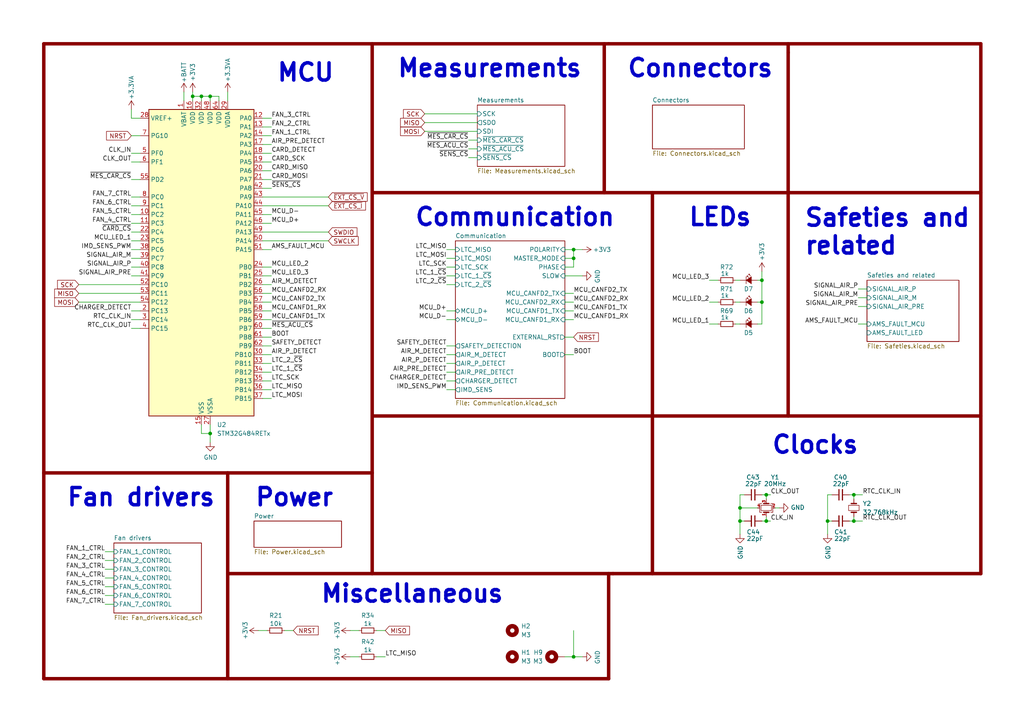
<source format=kicad_sch>
(kicad_sch (version 20230121) (generator eeschema)
  (paper "A4")
  (title_block (title "PUTM_EV_BMS_HV_Master") (date "2021-01-26") (rev "1.0") (company "PUT Motorsport"))
  (lib_symbols
    (symbol "Device:C_Small" (pin_numbers hide) (pin_names (offset 0.254) hide)
      (property "Reference" "C" (at 0.254 1.778 0))
      (property "Value" "C_Small" (at 0.254 -2.032 0))
      (symbol "C_Small_0_1"
        (polyline (pts (xy -1.524 -0.508) (xy 1.524 -0.508)) (stroke (width 0.3302)))
        (polyline (pts (xy -1.524 0.508) (xy 1.524 0.508)) (stroke (width 0.3048)))
      )
      (symbol "C_Small_1_1"
        (pin passive line (at 0 2.54 270) (length 2.032) (name "~") (number "1"))
        (pin passive line (at 0 -2.54 90) (length 2.032) (name "~") (number "2"))
      )
    )
    (symbol "Device:Crystal_GND24_Small" (pin_names (offset 1.016) hide)
      (property "Reference" "Y" (at 1.27 4.445 0))
      (property "Value" "Crystal_GND24_Small" (at 1.27 2.54 0))
      (symbol "Crystal_GND24_Small_0_1"
        (rectangle (start -0.762 -1.524) (end 0.762 1.524))
        (polyline (pts (xy -1.27 -0.762) (xy -1.27 0.762)) (stroke (width 0.381)))
        (polyline (pts (xy 1.27 -0.762) (xy 1.27 0.762)) (stroke (width 0.381)))
        (polyline (pts (xy -1.27 -1.27) (xy -1.27 -1.905) (xy 1.27 -1.905) (xy 1.27 -1.27)))
        (polyline (pts (xy -1.27 1.27) (xy -1.27 1.905) (xy 1.27 1.905) (xy 1.27 1.27)))
      )
      (symbol "Crystal_GND24_Small_1_1"
        (pin passive line (at -2.54 0 0) (length 1.27) (name "1") (number "1"))
        (pin passive line (at 0 -2.54 90) (length 0.635) (name "2") (number "2"))
        (pin passive line (at 2.54 0 180) (length 1.27) (name "3") (number "3"))
        (pin passive line (at 0 2.54 270) (length 0.635) (name "4") (number "4"))
      )
    )
    (symbol "Device:Crystal_Small" (pin_numbers hide) (pin_names (offset 1.016) hide)
      (property "Reference" "Y" (at 0 2.54 0))
      (property "Value" "Crystal_Small" (at 0 -2.54 0))
      (symbol "Crystal_Small_0_1"
        (rectangle (start -0.762 -1.524) (end 0.762 1.524))
        (polyline (pts (xy -1.27 -0.762) (xy -1.27 0.762)) (stroke (width 0.381)))
        (polyline (pts (xy 1.27 -0.762) (xy 1.27 0.762)) (stroke (width 0.381)))
      )
      (symbol "Crystal_Small_1_1"
        (pin passive line (at -2.54 0 0) (length 1.27) (name "1") (number "1"))
        (pin passive line (at 2.54 0 180) (length 1.27) (name "2") (number "2"))
      )
    )
    (symbol "Device:LED_Small_ALT" (pin_numbers hide) (pin_names (offset 0.254) hide)
      (property "Reference" "D" (at -1.27 3.175 0))
      (property "Value" "Device_LED_Small_ALT" (at -4.445 -2.54 0))
      (symbol "LED_Small_ALT_0_1"
        (polyline (pts (xy -0.762 -1.016) (xy -0.762 1.016)))
        (polyline (pts (xy 1.016 0) (xy -0.762 0)))
        (polyline (pts (xy 0.762 -1.016) (xy -0.762 0) (xy 0.762 1.016) (xy 0.762 -1.016)) (fill (type outline)))
        (polyline (pts (xy 0 0.762) (xy -0.508 1.27) (xy -0.254 1.27) (xy -0.508 1.27) (xy -0.508 1.016)))
        (polyline (pts (xy 0.508 1.27) (xy 0 1.778) (xy 0.254 1.778) (xy 0 1.778) (xy 0 1.524)))
      )
      (symbol "LED_Small_ALT_1_1"
        (pin passive line (at -2.54 0 0) (length 1.778) (name "K") (number "1"))
        (pin passive line (at 2.54 0 180) (length 1.778) (name "A") (number "2"))
      )
    )
    (symbol "Device:R_Small" (pin_numbers hide) (pin_names (offset 0.254) hide)
      (property "Reference" "R" (at 0.762 0.508 0))
      (property "Value" "R_Small" (at 0.762 -1.016 0))
      (symbol "R_Small_0_1"
        (rectangle (start -0.762 1.778) (end 0.762 -1.778) (stroke (width 0.2032)))
      )
      (symbol "R_Small_1_1"
        (pin passive line (at 0 2.54 270) (length 0.762) (name "~") (number "1"))
        (pin passive line (at 0 -2.54 90) (length 0.762) (name "~") (number "2"))
      )
    )
    (symbol "MCU_ST_STM32G4:STM32G484RETx"
      (property "Reference" "U" (at -15.24 46.99 0))
      (property "Value" "STM32G484RETx" (at 10.16 46.99 0))
      (symbol "STM32G484RETx_0_1"
        (rectangle (start -15.24 -43.18) (end 15.24 45.72) (stroke (width 0.254)) (fill (type background)))
      )
      (symbol "STM32G484RETx_1_1"
        (pin power_in line (at -5.08 48.26 270) (length 2.54) (name "VBAT") (number "1"))
        (pin bidirectional line (at -17.78 15.24 0) (length 2.54) (name "PC2") (number "10"))
        (pin bidirectional line (at -17.78 12.7 0) (length 2.54) (name "PC3") (number "11"))
        (pin bidirectional line (at 17.78 43.18 180) (length 2.54) (name "PA0") (number "12"))
        (pin bidirectional line (at 17.78 40.64 180) (length 2.54) (name "PA1") (number "13"))
        (pin bidirectional line (at 17.78 38.1 180) (length 2.54) (name "PA2") (number "14"))
        (pin power_in line (at 0 -45.72 90) (length 2.54) (name "VSS") (number "15"))
        (pin power_in line (at -2.54 48.26 270) (length 2.54) (name "VDD") (number "16"))
        (pin bidirectional line (at 17.78 35.56 180) (length 2.54) (name "PA3") (number "17"))
        (pin bidirectional line (at 17.78 33.02 180) (length 2.54) (name "PA4") (number "18"))
        (pin bidirectional line (at 17.78 30.48 180) (length 2.54) (name "PA5") (number "19"))
        (pin bidirectional line (at -17.78 -12.7 0) (length 2.54) (name "PC13") (number "2"))
        (pin bidirectional line (at 17.78 27.94 180) (length 2.54) (name "PA6") (number "20"))
        (pin bidirectional line (at 17.78 25.4 180) (length 2.54) (name "PA7") (number "21"))
        (pin bidirectional line (at -17.78 10.16 0) (length 2.54) (name "PC4") (number "22"))
        (pin bidirectional line (at -17.78 7.62 0) (length 2.54) (name "PC5") (number "23"))
        (pin bidirectional line (at 17.78 0 180) (length 2.54) (name "PB0") (number "24"))
        (pin bidirectional line (at 17.78 -2.54 180) (length 2.54) (name "PB1") (number "25"))
        (pin bidirectional line (at 17.78 -5.08 180) (length 2.54) (name "PB2") (number "26"))
        (pin power_in line (at 2.54 -45.72 90) (length 2.54) (name "VSSA") (number "27"))
        (pin input line (at -17.78 43.18 0) (length 2.54) (name "VREF+") (number "28"))
        (pin power_in line (at 7.62 48.26 270) (length 2.54) (name "VDDA") (number "29"))
        (pin bidirectional line (at -17.78 -15.24 0) (length 2.54) (name "PC14") (number "3"))
        (pin bidirectional line (at 17.78 -25.4 180) (length 2.54) (name "PB10") (number "30"))
        (pin passive line (at 0 -45.72 90) (length 2.54) hide (name "VSS") (number "31"))
        (pin power_in line (at 0 48.26 270) (length 2.54) (name "VDD") (number "32"))
        (pin bidirectional line (at 17.78 -27.94 180) (length 2.54) (name "PB11") (number "33"))
        (pin bidirectional line (at 17.78 -30.48 180) (length 2.54) (name "PB12") (number "34"))
        (pin bidirectional line (at 17.78 -33.02 180) (length 2.54) (name "PB13") (number "35"))
        (pin bidirectional line (at 17.78 -35.56 180) (length 2.54) (name "PB14") (number "36"))
        (pin bidirectional line (at 17.78 -38.1 180) (length 2.54) (name "PB15") (number "37"))
        (pin bidirectional line (at -17.78 5.08 0) (length 2.54) (name "PC6") (number "38"))
        (pin bidirectional line (at -17.78 2.54 0) (length 2.54) (name "PC7") (number "39"))
        (pin bidirectional line (at -17.78 -17.78 0) (length 2.54) (name "PC15") (number "4"))
        (pin bidirectional line (at -17.78 0 0) (length 2.54) (name "PC8") (number "40"))
        (pin bidirectional line (at -17.78 -2.54 0) (length 2.54) (name "PC9") (number "41"))
        (pin bidirectional line (at 17.78 22.86 180) (length 2.54) (name "PA8") (number "42"))
        (pin bidirectional line (at 17.78 20.32 180) (length 2.54) (name "PA9") (number "43"))
        (pin bidirectional line (at 17.78 17.78 180) (length 2.54) (name "PA10") (number "44"))
        (pin bidirectional line (at 17.78 15.24 180) (length 2.54) (name "PA11") (number "45"))
        (pin bidirectional line (at 17.78 12.7 180) (length 2.54) (name "PA12") (number "46"))
        (pin passive line (at 0 -45.72 90) (length 2.54) hide (name "VSS") (number "47"))
        (pin power_in line (at 2.54 48.26 270) (length 2.54) (name "VDD") (number "48"))
        (pin bidirectional line (at 17.78 10.16 180) (length 2.54) (name "PA13") (number "49"))
        (pin bidirectional line (at -17.78 33.02 0) (length 2.54) (name "PF0") (number "5"))
        (pin bidirectional line (at 17.78 7.62 180) (length 2.54) (name "PA14") (number "50"))
        (pin bidirectional line (at 17.78 5.08 180) (length 2.54) (name "PA15") (number "51"))
        (pin bidirectional line (at -17.78 -5.08 0) (length 2.54) (name "PC10") (number "52"))
        (pin bidirectional line (at -17.78 -7.62 0) (length 2.54) (name "PC11") (number "53"))
        (pin bidirectional line (at -17.78 -10.16 0) (length 2.54) (name "PC12") (number "54"))
        (pin bidirectional line (at -17.78 25.4 0) (length 2.54) (name "PD2") (number "55"))
        (pin bidirectional line (at 17.78 -7.62 180) (length 2.54) (name "PB3") (number "56"))
        (pin bidirectional line (at 17.78 -10.16 180) (length 2.54) (name "PB4") (number "57"))
        (pin bidirectional line (at 17.78 -12.7 180) (length 2.54) (name "PB5") (number "58"))
        (pin bidirectional line (at 17.78 -15.24 180) (length 2.54) (name "PB6") (number "59"))
        (pin bidirectional line (at -17.78 30.48 0) (length 2.54) (name "PF1") (number "6"))
        (pin bidirectional line (at 17.78 -17.78 180) (length 2.54) (name "PB7") (number "60"))
        (pin bidirectional line (at 17.78 -20.32 180) (length 2.54) (name "PB8") (number "61"))
        (pin bidirectional line (at 17.78 -22.86 180) (length 2.54) (name "PB9") (number "62"))
        (pin passive line (at 0 -45.72 90) (length 2.54) hide (name "VSS") (number "63"))
        (pin power_in line (at 5.08 48.26 270) (length 2.54) (name "VDD") (number "64"))
        (pin bidirectional line (at -17.78 38.1 0) (length 2.54) (name "PG10") (number "7"))
        (pin bidirectional line (at -17.78 20.32 0) (length 2.54) (name "PC0") (number "8"))
        (pin bidirectional line (at -17.78 17.78 0) (length 2.54) (name "PC1") (number "9"))
      )
    )
    (symbol "Mechanical:MountingHole" (pin_names (offset 1.016))
      (property "Reference" "H" (at 0 5.08 0))
      (property "Value" "MountingHole" (at 0 3.175 0))
      (symbol "MountingHole_0_1"
        (circle (center 0 0) (radius 1.27) (stroke (width 1.27)))
      )
    )
    (symbol "Mechanical:MountingHole_Pad" (pin_numbers hide) (pin_names (offset 1.016) hide)
      (property "Reference" "H" (at 0 6.35 0))
      (property "Value" "MountingHole_Pad" (at 0 4.445 0))
      (symbol "MountingHole_Pad_0_1"
        (circle (center 0 1.27) (radius 1.27) (stroke (width 1.27)))
      )
      (symbol "MountingHole_Pad_1_1"
        (pin input line (at 0 -2.54 90) (length 2.54) (name "1") (number "1"))
      )
    )
    (symbol "power:+3.3V" (power) (pin_names (offset 0))
      (property "Value" "+3.3V" (at 0 3.556 0))
      (symbol "+3.3V_0_1"
        (polyline (pts (xy -0.762 1.27) (xy 0 2.54)))
        (polyline (pts (xy 0 0) (xy 0 2.54)))
        (polyline (pts (xy 0 2.54) (xy 0.762 1.27)))
      )
      (symbol "+3.3V_1_1"
        (pin power_in line (at 0 0 90) (length 0) hide (name "+3V3") (number "1"))
      )
    )
    (symbol "power:+3.3VA" (power) (pin_names (offset 0))
      (property "Value" "+3.3VA" (at 0 3.556 0))
      (symbol "+3.3VA_0_1"
        (polyline (pts (xy -0.762 1.27) (xy 0 2.54)))
        (polyline (pts (xy 0 0) (xy 0 2.54)))
        (polyline (pts (xy 0 2.54) (xy 0.762 1.27)))
      )
      (symbol "+3.3VA_1_1"
        (pin power_in line (at 0 0 90) (length 0) hide (name "+3.3VA") (number "1"))
      )
    )
    (symbol "power:+BATT" (power) (pin_names (offset 0))
      (property "Value" "+BATT" (at 0 3.556 0))
      (symbol "+BATT_0_1"
        (polyline (pts (xy -0.762 1.27) (xy 0 2.54)))
        (polyline (pts (xy 0 0) (xy 0 2.54)))
        (polyline (pts (xy 0 2.54) (xy 0.762 1.27)))
      )
      (symbol "+BATT_1_1"
        (pin power_in line (at 0 0 90) (length 0) hide (name "+BATT") (number "1"))
      )
    )
    (symbol "power:GND" (power) (pin_names (offset 0))
      (property "Value" "GND" (at 0 -3.81 0))
      (symbol "GND_0_1"
        (polyline (pts (xy 0 0) (xy 0 -1.27) (xy 1.27 -1.27) (xy 0 -2.54) (xy -1.27 -1.27) (xy 0 -1.27)))
      )
      (symbol "GND_1_1"
        (pin power_in line (at 0 0 270) (length 0) hide (name "GND") (number "1"))
      )
    )
  )
  (junction (at 166.37 190.5))
  (junction (at 240.03 151.13))
  (junction (at 247.65 143.51))
  (junction (at 60.96 125.73))
  (junction (at 222.25 143.51))
  (junction (at 220.98 87.63))
  (junction (at 220.98 81.28))
  (junction (at 55.88 27.94))
  (junction (at 214.63 147.32))
  (junction (at 60.96 27.94))
  (junction (at 247.65 151.13))
  (junction (at 58.42 27.94))
  (junction (at 166.37 74.93))
  (junction (at 166.37 72.39))
  (junction (at 222.25 151.13))
  (junction (at 214.63 151.13))
  (wire (pts (xy 30.48 167.64) (xy 33.02 167.64)))
  (wire (pts (xy 220.98 93.98) (xy 220.98 87.63)))
  (wire (pts (xy 129.54 92.71) (xy 132.08 92.71)))
  (wire (pts (xy 135.89 40.64) (xy 138.43 40.64)))
  (wire (pts (xy 60.96 128.27) (xy 60.96 125.73)))
  (polyline (pts (xy 12.7 196.85) (xy 176.53 196.85)) (stroke (width 1) (color 132 0 0 1)))
  (wire (pts (xy 248.92 93.98) (xy 251.46 93.98)))
  (polyline (pts (xy 284.48 120.65) (xy 284.48 166.37)) (stroke (width 1) (color 132 0 0 1)))
  (wire (pts (xy 82.55 182.88) (xy 85.09 182.88)))
  (wire (pts (xy 38.1 59.69) (xy 40.64 59.69)))
  (wire (pts (xy 247.65 143.51) (xy 250.19 143.51)))
  (wire (pts (xy 30.48 162.56) (xy 33.02 162.56)))
  (wire (pts (xy 60.96 27.94) (xy 58.42 27.94)))
  (wire (pts (xy 30.48 165.1) (xy 33.02 165.1)))
  (wire (pts (xy 129.54 74.93) (xy 132.08 74.93)))
  (wire (pts (xy 129.54 105.41) (xy 132.08 105.41)))
  (wire (pts (xy 214.63 147.32) (xy 214.63 151.13)))
  (polyline (pts (xy 177.8 166.37) (xy 284.48 166.37)) (stroke (width 1) (color 132 0 0 1)))
  (wire (pts (xy 132.08 113.03) (xy 129.54 113.03)))
  (wire (pts (xy 38.1 52.07) (xy 40.64 52.07)))
  (wire (pts (xy 163.83 92.71) (xy 166.37 92.71)))
  (wire (pts (xy 55.88 27.94) (xy 55.88 29.21)))
  (wire (pts (xy 78.74 54.61) (xy 76.2 54.61)))
  (wire (pts (xy 78.74 62.23) (xy 76.2 62.23)))
  (wire (pts (xy 30.48 172.72) (xy 33.02 172.72)))
  (wire (pts (xy 78.74 82.55) (xy 76.2 82.55)))
  (wire (pts (xy 78.74 95.25) (xy 76.2 95.25)))
  (wire (pts (xy 215.9 143.51) (xy 214.63 143.51)))
  (wire (pts (xy 78.74 90.17) (xy 76.2 90.17)))
  (wire (pts (xy 168.91 190.5) (xy 166.37 190.5)))
  (wire (pts (xy 22.86 87.63) (xy 40.64 87.63)))
  (wire (pts (xy 220.98 151.13) (xy 222.25 151.13)))
  (wire (pts (xy 248.92 86.36) (xy 251.46 86.36)))
  (wire (pts (xy 78.74 107.95) (xy 76.2 107.95)))
  (wire (pts (xy 78.74 64.77) (xy 76.2 64.77)))
  (wire (pts (xy 214.63 154.94) (xy 214.63 151.13)))
  (wire (pts (xy 163.83 102.87) (xy 166.37 102.87)))
  (wire (pts (xy 219.71 87.63) (xy 220.98 87.63)))
  (wire (pts (xy 219.71 93.98) (xy 220.98 93.98)))
  (polyline (pts (xy 12.7 137.16) (xy 12.7 196.85)) (stroke (width 1) (color 132 0 0 1)))
  (wire (pts (xy 135.89 43.18) (xy 138.43 43.18)))
  (wire (pts (xy 163.83 74.93) (xy 166.37 74.93)))
  (wire (pts (xy 38.1 95.25) (xy 40.64 95.25)))
  (wire (pts (xy 163.83 77.47) (xy 166.37 77.47)))
  (wire (pts (xy 95.25 69.85) (xy 76.2 69.85)))
  (wire (pts (xy 78.74 39.37) (xy 76.2 39.37)))
  (wire (pts (xy 166.37 74.93) (xy 166.37 77.47)))
  (wire (pts (xy 60.96 125.73) (xy 60.96 123.19)))
  (wire (pts (xy 38.1 77.47) (xy 40.64 77.47)))
  (polyline (pts (xy 107.95 120.65) (xy 284.48 120.65)) (stroke (width 1) (color 132 0 0 1)))
  (wire (pts (xy 76.2 80.01) (xy 78.74 80.01)))
  (wire (pts (xy 214.63 143.51) (xy 214.63 147.32)))
  (wire (pts (xy 78.74 46.99) (xy 76.2 46.99)))
  (wire (pts (xy 78.74 34.29) (xy 76.2 34.29)))
  (wire (pts (xy 38.1 92.71) (xy 40.64 92.71)))
  (wire (pts (xy 123.19 33.02) (xy 138.43 33.02)))
  (wire (pts (xy 63.5 27.94) (xy 60.96 27.94)))
  (wire (pts (xy 222.25 144.78) (xy 222.25 143.51)))
  (wire (pts (xy 95.25 67.31) (xy 76.2 67.31)))
  (wire (pts (xy 129.54 77.47) (xy 132.08 77.47)))
  (wire (pts (xy 129.54 110.49) (xy 132.08 110.49)))
  (wire (pts (xy 101.6 190.5) (xy 104.14 190.5)))
  (wire (pts (xy 78.74 105.41) (xy 76.2 105.41)))
  (wire (pts (xy 248.92 83.82) (xy 251.46 83.82)))
  (wire (pts (xy 166.37 87.63) (xy 163.83 87.63)))
  (wire (pts (xy 166.37 72.39) (xy 166.37 74.93)))
  (polyline (pts (xy 66.04 137.16) (xy 66.04 196.85)) (stroke (width 1) (color 132 0 0 1)))
  (wire (pts (xy 40.64 90.17) (xy 38.1 90.17)))
  (wire (pts (xy 220.98 81.28) (xy 219.71 81.28)))
  (wire (pts (xy 38.1 44.45) (xy 40.64 44.45)))
  (wire (pts (xy 78.74 49.53) (xy 76.2 49.53)))
  (wire (pts (xy 58.42 27.94) (xy 58.42 29.21)))
  (wire (pts (xy 214.63 81.28) (xy 213.36 81.28)))
  (polyline (pts (xy 107.95 12.7) (xy 107.95 137.16)) (stroke (width 1) (color 132 0 0 1)))
  (wire (pts (xy 241.3 143.51) (xy 240.03 143.51)))
  (wire (pts (xy 247.65 151.13) (xy 247.65 149.86)))
  (wire (pts (xy 38.1 69.85) (xy 40.64 69.85)))
  (polyline (pts (xy 189.23 55.88) (xy 189.23 120.65)) (stroke (width 1) (color 132 0 0 1)))
  (wire (pts (xy 109.22 182.88) (xy 111.76 182.88)))
  (wire (pts (xy 66.04 26.67) (xy 66.04 29.21)))
  (wire (pts (xy 38.1 72.39) (xy 40.64 72.39)))
  (wire (pts (xy 240.03 151.13) (xy 241.3 151.13)))
  (wire (pts (xy 38.1 57.15) (xy 40.64 57.15)))
  (wire (pts (xy 58.42 27.94) (xy 55.88 27.94)))
  (wire (pts (xy 123.19 38.1) (xy 138.43 38.1)))
  (wire (pts (xy 78.74 115.57) (xy 76.2 115.57)))
  (wire (pts (xy 123.19 35.56) (xy 138.43 35.56)))
  (wire (pts (xy 78.74 85.09) (xy 76.2 85.09)))
  (wire (pts (xy 166.37 72.39) (xy 168.91 72.39)))
  (wire (pts (xy 129.54 82.55) (xy 132.08 82.55)))
  (wire (pts (xy 240.03 154.94) (xy 240.03 151.13)))
  (wire (pts (xy 220.98 87.63) (xy 220.98 81.28)))
  (wire (pts (xy 38.1 39.37) (xy 40.64 39.37)))
  (wire (pts (xy 58.42 125.73) (xy 60.96 125.73)))
  (wire (pts (xy 240.03 143.51) (xy 240.03 151.13)))
  (wire (pts (xy 163.83 72.39) (xy 166.37 72.39)))
  (wire (pts (xy 163.83 80.01) (xy 168.91 80.01)))
  (wire (pts (xy 135.89 45.72) (xy 138.43 45.72)))
  (polyline (pts (xy 189.23 120.65) (xy 189.23 166.37)) (stroke (width 1) (color 132 0 0 1)))
  (polyline (pts (xy 284.48 55.88) (xy 284.48 120.65)) (stroke (width 1) (color 132 0 0 1)))
  (wire (pts (xy 208.28 87.63) (xy 205.74 87.63)))
  (wire (pts (xy 53.34 26.67) (xy 53.34 29.21)))
  (polyline (pts (xy 175.26 12.7) (xy 175.26 55.88)) (stroke (width 1) (color 132 0 0 1)))
  (wire (pts (xy 109.22 190.5) (xy 111.76 190.5)))
  (wire (pts (xy 38.1 74.93) (xy 40.64 74.93)))
  (wire (pts (xy 129.54 102.87) (xy 132.08 102.87)))
  (wire (pts (xy 208.28 81.28) (xy 205.74 81.28)))
  (polyline (pts (xy 12.7 137.16) (xy 107.95 137.16)) (stroke (width 1) (color 132 0 0 1)))
  (wire (pts (xy 38.1 62.23) (xy 40.64 62.23)))
  (wire (pts (xy 22.86 85.09) (xy 40.64 85.09)))
  (wire (pts (xy 78.74 113.03) (xy 76.2 113.03)))
  (wire (pts (xy 30.48 170.18) (xy 33.02 170.18)))
  (wire (pts (xy 222.25 143.51) (xy 220.98 143.51)))
  (wire (pts (xy 78.74 92.71) (xy 76.2 92.71)))
  (wire (pts (xy 74.93 182.88) (xy 77.47 182.88)))
  (wire (pts (xy 163.83 85.09) (xy 166.37 85.09)))
  (wire (pts (xy 222.25 151.13) (xy 222.25 149.86)))
  (wire (pts (xy 38.1 46.99) (xy 40.64 46.99)))
  (wire (pts (xy 30.48 160.02) (xy 33.02 160.02)))
  (wire (pts (xy 60.96 27.94) (xy 60.96 29.21)))
  (wire (pts (xy 248.92 88.9) (xy 251.46 88.9)))
  (wire (pts (xy 30.48 175.26) (xy 33.02 175.26)))
  (wire (pts (xy 166.37 182.88) (xy 166.37 190.5)))
  (wire (pts (xy 214.63 87.63) (xy 213.36 87.63)))
  (wire (pts (xy 78.74 102.87) (xy 76.2 102.87)))
  (polyline (pts (xy 176.53 12.7) (xy 284.48 12.7)) (stroke (width 1) (color 132 0 0 1)))
  (wire (pts (xy 76.2 100.33) (xy 78.74 100.33)))
  (wire (pts (xy 214.63 151.13) (xy 215.9 151.13)))
  (polyline (pts (xy 66.04 166.37) (xy 177.8 166.37)) (stroke (width 1) (color 132 0 0 1)))
  (wire (pts (xy 38.1 67.31) (xy 40.64 67.31)))
  (wire (pts (xy 58.42 123.19) (xy 58.42 125.73)))
  (wire (pts (xy 78.74 97.79) (xy 76.2 97.79)))
  (wire (pts (xy 78.74 77.47) (xy 76.2 77.47)))
  (wire (pts (xy 129.54 72.39) (xy 132.08 72.39)))
  (wire (pts (xy 163.83 90.17) (xy 166.37 90.17)))
  (polyline (pts (xy 176.53 196.85) (xy 176.53 166.37)) (stroke (width 1) (color 132 0 0 1)))
  (wire (pts (xy 78.74 87.63) (xy 76.2 87.63)))
  (polyline (pts (xy 228.6 12.7) (xy 228.6 15.24)) (stroke (width 1) (color 132 0 0 1)))
  (wire (pts (xy 76.2 44.45) (xy 78.74 44.45)))
  (wire (pts (xy 222.25 143.51) (xy 223.52 143.51)))
  (wire (pts (xy 38.1 64.77) (xy 40.64 64.77)))
  (wire (pts (xy 214.63 147.32) (xy 219.71 147.32)))
  (wire (pts (xy 38.1 34.29) (xy 40.64 34.29)))
  (wire (pts (xy 22.86 82.55) (xy 40.64 82.55)))
  (wire (pts (xy 129.54 107.95) (xy 132.08 107.95)))
  (wire (pts (xy 222.25 151.13) (xy 223.52 151.13)))
  (wire (pts (xy 38.1 80.01) (xy 40.64 80.01)))
  (wire (pts (xy 247.65 143.51) (xy 246.38 143.51)))
  (wire (pts (xy 95.25 57.15) (xy 76.2 57.15)))
  (wire (pts (xy 129.54 90.17) (xy 132.08 90.17)))
  (wire (pts (xy 247.65 144.78) (xy 247.65 143.51)))
  (wire (pts (xy 220.98 78.74) (xy 220.98 81.28)))
  (wire (pts (xy 166.37 190.5) (xy 163.83 190.5)))
  (wire (pts (xy 224.79 147.32) (xy 226.06 147.32)))
  (polyline (pts (xy 107.95 55.88) (xy 284.48 55.88)) (stroke (width 1) (color 132 0 0 1)))
  (wire (pts (xy 78.74 110.49) (xy 76.2 110.49)))
  (wire (pts (xy 246.38 151.13) (xy 247.65 151.13)))
  (wire (pts (xy 247.65 151.13) (xy 250.19 151.13)))
  (wire (pts (xy 129.54 80.01) (xy 132.08 80.01)))
  (polyline (pts (xy 12.7 137.16) (xy 12.7 12.7)) (stroke (width 1) (color 132 0 0 1)))
  (polyline (pts (xy 284.48 12.7) (xy 284.48 55.88)) (stroke (width 1) (color 132 0 0 1)))
  (wire (pts (xy 129.54 100.33) (xy 132.08 100.33)))
  (wire (pts (xy 55.88 27.94) (xy 55.88 26.67)))
  (wire (pts (xy 78.74 41.91) (xy 76.2 41.91)))
  (polyline (pts (xy 228.6 15.24) (xy 228.6 120.65)) (stroke (width 1) (color 132 0 0 1)))
  (wire (pts (xy 95.25 59.69) (xy 76.2 59.69)))
  (wire (pts (xy 101.6 182.88) (xy 104.14 182.88)))
  (wire (pts (xy 214.63 93.98) (xy 213.36 93.98)))
  (wire (pts (xy 78.74 36.83) (xy 76.2 36.83)))
  (wire (pts (xy 76.2 52.07) (xy 78.74 52.07)))
  (wire (pts (xy 38.1 31.75) (xy 38.1 34.29)))
  (wire (pts (xy 163.83 97.79) (xy 166.37 97.79)))
  (wire (pts (xy 63.5 27.94) (xy 63.5 29.21)))
  (polyline (pts (xy 107.95 137.16) (xy 107.95 166.37)) (stroke (width 1) (color 132 0 0 1)))
  (polyline (pts (xy 12.7 12.7) (xy 176.53 12.7)) (stroke (width 1) (color 132 0 0 1)))
  (wire (pts (xy 208.28 93.98) (xy 205.74 93.98)))
  (wire (pts (xy 76.2 72.39) (xy 78.74 72.39)))
  (text "Power" (at 73.66 147.32 0) (effects (font (size 5 5) (thickness 1) bold) (justify left bottom)))
  (text "Clocks" (at 223.52 132.08 0) (effects (font (size 5 5) (thickness 1) bold) (justify left bottom)))
  (text "Communication" (at 120.015 66.04 0) (effects (font (size 5 5) (thickness 1) bold) (justify left bottom)))
  (text "Connectors" (at 181.61 22.86 0) (effects (font (size 5 5) (thickness 1) bold) (justify left bottom)))
  (text "MCU" (at 80.01 24.13 0) (effects (font (size 5 5) (thickness 1) bold) (justify left bottom)))
  (text "Measurements" (at 114.935 22.86 0) (effects (font (size 5 5) (thickness 1) bold) (justify left bottom)))
  (text "Miscellaneous" (at 92.71 175.26 0) (effects (font (size 5 5) (thickness 1) bold) (justify left bottom)))
  (text "Safeties and\nrelated" (at 233.045 74.295 0) (effects (font (size 5 5) (thickness 1) bold) (justify left bottom)))
  (text "LEDs" (at 199.39 66.04 0) (effects (font (size 5 5) (thickness 1) bold) (justify left bottom)))
  (text "Fan drivers" (at 19.05 147.32 0) (effects (font (size 5 5) (thickness 1) bold) (justify left bottom)))
  (label "CARD_MOSI" (at 78.74 52.07 0))
  (label "SAFETY_DETECT" (at 129.54 100.33 180))
  (label "FAN_5_CTRL" (at 30.48 170.18 180))
  (label "LTC_SCK" (at 78.74 110.49 0))
  (label "FAN_5_CTRL" (at 38.1 62.23 180))
  (label "LTC_MOSI" (at 78.74 115.57 0))
  (label "SIGNAL_AIR_P" (at 248.92 83.82 180))
  (label "SAFETY_DETECT" (at 78.74 100.33 0))
  (label "LTC_1_~{CS}" (at 129.54 80.01 180))
  (label "LTC_SCK" (at 129.54 77.47 180))
  (label "SIGNAL_AIR_P" (at 38.1 77.47 180))
  (label "MCU_D-" (at 129.54 92.71 180))
  (label "FAN_7_CTRL" (at 38.1 57.15 180))
  (label "SIGNAL_AIR_M" (at 248.92 86.36 180))
  (label "FAN_4_CTRL" (at 30.48 167.64 180))
  (label "SIGNAL_AIR_PRE" (at 248.92 88.9 180))
  (label "MCU_LED_1" (at 38.1 69.85 180))
  (label "~{MES_ACU_CS}" (at 135.89 43.18 180))
  (label "RTC_CLK_IN" (at 38.1 92.71 180))
  (label "CARD_DETECT" (at 78.74 44.45 0))
  (label "FAN_2_CTRL" (at 78.74 36.83 0))
  (label "MCU_D+" (at 78.74 64.77 0))
  (label "SIGNAL_AIR_M" (at 38.1 74.93 180))
  (label "MCU_CANFD2_TX" (at 78.74 87.63 0))
  (label "LTC_1_~{CS}" (at 78.74 107.95 0))
  (label "CLK_IN" (at 223.52 151.13 0))
  (label "FAN_7_CTRL" (at 30.48 175.26 180))
  (label "MCU_D-" (at 78.74 62.23 0))
  (label "AIR_M_DETECT" (at 129.54 102.87 180))
  (label "AIR_PRE_DETECT" (at 129.54 107.95 180))
  (label "MCU_CANFD1_RX" (at 166.37 92.71 0))
  (label "AIR_PRE_DETECT" (at 78.74 41.91 0))
  (label "LTC_MISO" (at 111.76 190.5 0))
  (label "MCU_CANFD1_TX" (at 166.37 90.17 0))
  (label "~{SENS_CS}" (at 135.89 45.72 180))
  (label "CLK_IN" (at 38.1 44.45 180))
  (label "FAN_3_CTRL" (at 30.48 165.1 180))
  (label "BOOT" (at 78.74 97.79 0))
  (label "MCU_LED_1" (at 205.74 93.98 180))
  (label "LTC_MOSI" (at 129.54 74.93 180))
  (label "~{MES_CAR_CS}" (at 135.89 40.64 180))
  (label "FAN_6_CTRL" (at 38.1 59.69 180))
  (label "~{MES_CAR_CS}" (at 38.1 52.07 180))
  (label "CARD_MISO" (at 78.74 49.53 0))
  (label "MCU_CANFD2_RX" (at 78.74 85.09 0))
  (label "MCU_LED_2" (at 205.74 87.63 180))
  (label "IMD_SENS_PWM" (at 129.54 113.03 180))
  (label "FAN_6_CTRL" (at 30.48 172.72 180))
  (label "BOOT" (at 166.37 102.87 0))
  (label "FAN_1_CTRL" (at 78.74 39.37 0))
  (label "FAN_4_CTRL" (at 38.1 64.77 180))
  (label "CHARGER_DETECT" (at 129.54 110.49 180))
  (label "CARD_SCK" (at 78.74 46.99 0))
  (label "MCU_CANFD2_RX" (at 166.37 87.63 0))
  (label "LTC_2_~{CS}" (at 129.54 82.55 180))
  (label "AIR_P_DETECT" (at 78.74 102.87 0))
  (label "RTC_CLK_OUT" (at 250.19 151.13 0))
  (label "AIR_M_DETECT" (at 78.74 82.55 0))
  (label "RTC_CLK_OUT" (at 38.1 95.25 180))
  (label "AIR_P_DETECT" (at 129.54 105.41 180))
  (label "MCU_LED_3" (at 78.74 80.01 0))
  (label "~{CARD_CS}" (at 38.1 67.31 180))
  (label "~{SENS_CS}" (at 78.74 54.61 0))
  (label "FAN_3_CTRL" (at 78.74 34.29 0))
  (label "AMS_FAULT_MCU" (at 78.74 72.39 0))
  (label "MCU_CANFD2_TX" (at 166.37 85.09 0))
  (label "MCU_D+" (at 129.54 90.17 180))
  (label "LTC_MISO" (at 129.54 72.39 180))
  (label "LTC_MISO" (at 78.74 113.03 0))
  (label "LTC_2_~{CS}" (at 78.74 105.41 0))
  (label "MCU_LED_2" (at 78.74 77.47 0))
  (label "MCU_CANFD1_RX" (at 78.74 90.17 0))
  (label "FAN_1_CTRL" (at 30.48 160.02 180))
  (label "~{MES_ACU_CS}" (at 78.74 95.25 0))
  (label "MCU_LED_3" (at 205.74 81.28 180))
  (label "CLK_OUT" (at 38.1 46.99 180))
  (label "IMD_SENS_PWM" (at 38.1 72.39 180))
  (label "CLK_OUT" (at 223.52 143.51 0))
  (label "CHARGER_DETECT" (at 38.1 90.17 180))
  (label "MCU_CANFD1_TX" (at 78.74 92.71 0))
  (label "RTC_CLK_IN" (at 250.19 143.51 0))
  (label "FAN_2_CTRL" (at 30.48 162.56 180))
  (label "AMS_FAULT_MCU" (at 248.92 93.98 180))
  (label "SIGNAL_AIR_PRE" (at 38.1 80.01 180))
  (global_label "MOSI" (shape input) (at 123.19 38.1 180) (property "Intersheetrefs" "${INTERSHEET_REFS}" (effects hide)))
  (global_label "NRST" (shape input) (at 38.1 39.37 180) (property "Intersheetrefs" "${INTERSHEET_REFS}" (effects hide)))
  (global_label "SCK" (shape input) (at 123.19 33.02 180) (property "Intersheetrefs" "${INTERSHEET_REFS}" (effects hide)))
  (global_label "~{EXT_CS_V}" (shape input) (at 95.25 57.15 0) (property "Intersheetrefs" "${INTERSHEET_REFS}" (effects hide)))
  (global_label "SCK" (shape input) (at 22.86 82.55 180) (property "Intersheetrefs" "${INTERSHEET_REFS}" (effects hide)))
  (global_label "MISO" (shape input) (at 22.86 85.09 180) (property "Intersheetrefs" "${INTERSHEET_REFS}" (effects hide)))
  (global_label "NRST" (shape input) (at 166.37 97.79 0) (property "Intersheetrefs" "${INTERSHEET_REFS}" (effects hide)))
  (global_label "~{EXT_CS_I}" (shape input) (at 95.25 59.69 0) (property "Intersheetrefs" "${INTERSHEET_REFS}" (effects hide)))
  (global_label "SWDIO" (shape input) (at 95.25 67.31 0) (property "Intersheetrefs" "${INTERSHEET_REFS}" (effects hide)))
  (global_label "NRST" (shape input) (at 85.09 182.88 0) (property "Intersheetrefs" "${INTERSHEET_REFS}" (effects hide)))
  (global_label "MISO" (shape input) (at 111.76 182.88 0) (property "Intersheetrefs" "${INTERSHEET_REFS}" (effects hide)))
  (global_label "SWCLK" (shape input) (at 95.25 69.85 0) (property "Intersheetrefs" "${INTERSHEET_REFS}" (effects hide)))
  (global_label "MOSI" (shape input) (at 22.86 87.63 180) (property "Intersheetrefs" "${INTERSHEET_REFS}" (effects hide)))
  (global_label "MISO" (shape input) (at 123.19 35.56 180) (property "Intersheetrefs" "${INTERSHEET_REFS}" (effects hide)))
  (symbol (lib_id "Device:C_Small") (at 218.44 143.51 90) (unit 1)
    (property "Reference" "C43" (at 220.345 138.43 90) (effects (justify left)))
    (property "Value" "22pF" (at 220.98 140.335 90) (effects (justify left)))
    (property "Footprint" "Capacitor_SMD:C_0603_1608Metric" (effects hide))
  )
  (symbol (lib_id "Device:C_Small") (at 218.44 151.13 270) (unit 1)
    (property "Reference" "C44" (at 216.535 154.305 90) (effects (justify left)))
    (property "Value" "22pF" (at 216.535 156.21 90) (effects (justify left)))
    (property "Footprint" "Capacitor_SMD:C_0603_1608Metric" (effects hide))
  )
  (symbol (lib_id "power:GND") (at 214.63 154.94 0) (unit 1)
    (property "Reference" "#PWR091" (effects hide))
    (property "Value" "GND" (at 214.757 158.1912 90) (effects (justify right)))
  )
  (symbol (lib_id "Mechanical:MountingHole") (at 148.59 190.5 180) (unit 1)
    (property "Reference" "H1" (at 151.13 189.23 0) (effects (justify right)))
    (property "Value" "M3" (at 151.13 191.77 0) (effects (justify right)))
    (property "Footprint" "MountingHole:MountingHole_3.2mm_M3" (effects hide))
  )
  (symbol (lib_id "Device:LED_Small_ALT") (at 217.17 81.28 0) (unit 1)
    (property "Reference" "D7" (at 218.44 83.82 0) (effects (justify right)))
    (property "Value" "LED_Small_ALT" (effects hide))
    (property "Footprint" "LED_SMD:LED_0603_1608Metric" (effects hide))
  )
  (symbol (lib_id "Device:LED_Small_ALT") (at 217.17 87.63 0) (unit 1)
    (property "Reference" "D6" (at 218.44 90.17 0) (effects (justify right)))
    (property "Value" "LED_Small_ALT" (effects hide))
    (property "Footprint" "LED_SMD:LED_0603_1608Metric" (effects hide))
  )
  (symbol (lib_id "Device:LED_Small_ALT") (at 217.17 93.98 0) (unit 1)
    (property "Reference" "D5" (at 218.44 96.52 0) (effects (justify right)))
    (property "Value" "LED_Small_ALT" (effects hide))
    (property "Footprint" "LED_SMD:LED_0603_1608Metric" (effects hide))
  )
  (symbol (lib_id "Device:R_Small") (at 210.82 81.28 90) (unit 1)
    (property "Reference" "R72" (at 212.725 77.47 90) (effects (justify left)))
    (property "Value" "1k" (at 211.455 79.375 90) (effects (justify left)))
    (property "Footprint" "Resistor_SMD:R_0603_1608Metric" (effects hide))
  )
  (symbol (lib_id "Device:R_Small") (at 210.82 87.63 90) (unit 1)
    (property "Reference" "R71" (at 212.725 83.82 90) (effects (justify left)))
    (property "Value" "1k" (at 211.455 85.725 90) (effects (justify left)))
    (property "Footprint" "Resistor_SMD:R_0603_1608Metric" (effects hide))
  )
  (symbol (lib_id "Device:R_Small") (at 210.82 93.98 90) (unit 1)
    (property "Reference" "R69" (at 212.725 90.17 90) (effects (justify left)))
    (property "Value" "1k" (at 211.455 92.075 90) (effects (justify left)))
    (property "Footprint" "Resistor_SMD:R_0603_1608Metric" (effects hide))
  )
  (symbol (lib_id "power:GND") (at 240.03 154.94 0) (unit 1)
    (property "Reference" "#PWR086" (effects hide))
    (property "Value" "GND" (at 240.157 158.1912 90) (effects (justify right)))
  )
  (symbol (lib_id "Device:C_Small") (at 243.84 151.13 270) (unit 1)
    (property "Reference" "C41" (at 241.935 154.305 90) (effects (justify left)))
    (property "Value" "22pF" (at 241.935 156.21 90) (effects (justify left)))
    (property "Footprint" "Capacitor_SMD:C_0603_1608Metric" (effects hide))
  )
  (symbol (lib_id "Device:C_Small") (at 243.84 143.51 90) (unit 1)
    (property "Reference" "C40" (at 245.745 138.43 90) (effects (justify left)))
    (property "Value" "22pF" (at 246.38 140.335 90) (effects (justify left)))
    (property "Footprint" "Capacitor_SMD:C_0603_1608Metric" (effects hide))
  )
  (symbol (lib_id "power:+3.3V") (at 220.98 78.74 0) (unit 1)
    (property "Reference" "#PWR068" (effects hide))
    (property "Value" "+3.3V" (at 220.98 73.025 90))
  )
  (symbol (lib_id "Mechanical:MountingHole") (at 148.59 182.88 180) (unit 1)
    (property "Reference" "H2" (at 151.13 181.61 0) (effects (justify right)))
    (property "Value" "M3" (at 151.13 184.15 0) (effects (justify right)))
    (property "Footprint" "MountingHole:MountingHole_3.2mm_M3" (effects hide))
  )
  (symbol (lib_id "power:+3.3V") (at 55.88 26.67 0) (unit 1)
    (property "Reference" "#PWR016" (effects hide))
    (property "Value" "+3.3V" (at 55.88 20.955 90))
  )
  (symbol (lib_id "MCU_ST_STM32G4:STM32G484RETx") (at 58.42 77.47 0) (unit 1)
    (property "Reference" "U2" (at 62.9159 123.19 0) (effects (justify left)))
    (property "Value" "STM32G484RETx" (at 62.9159 125.73 0) (effects (justify left)))
    (property "Footprint" "Package_QFP:LQFP-64_10x10mm_P0.5mm" (effects hide))
    (property "Datasheet" "https://www.st.com/resource/en/datasheet/stm32g484re.pdf" (effects hide))
  )
  (symbol (lib_id "power:+3.3V") (at 101.6 182.88 90) (unit 1)
    (property "Reference" "#PWR030" (effects hide))
    (property "Value" "+3.3V" (at 97.79 182.88 0))
  )
  (symbol (lib_id "power:GND") (at 226.06 147.32 90) (unit 1)
    (property "Reference" "#PWR0173" (effects hide))
    (property "Value" "GND" (at 229.3112 147.193 90) (effects (justify right)))
  )
  (symbol (lib_id "Device:R_Small") (at 106.68 190.5 270) (unit 1)
    (property "Reference" "R42" (at 106.68 185.42 90) (effects (justify top)))
    (property "Value" "1k" (at 106.68 189.23 90) (effects (justify bottom)))
    (property "Footprint" "Resistor_SMD:R_0603_1608Metric" (effects hide))
  )
  (symbol (lib_id "power:+3.3VA") (at 66.04 26.67 0) (unit 1)
    (property "Reference" "#PWR019" (effects hide))
    (property "Value" "+3.3VA" (at 66.04 20.32 90))
  )
  (symbol (lib_id "power:+3.3VA") (at 38.1 31.75 0) (unit 1)
    (property "Reference" "#PWR046" (effects hide))
    (property "Value" "+3.3VA" (at 38.1 25.4 90))
  )
  (symbol (lib_id "power:+3.3V") (at 74.93 182.88 90) (unit 1)
    (property "Reference" "#PWR07" (effects hide))
    (property "Value" "+3.3V" (at 71.12 182.88 0))
  )
  (symbol (lib_id "Mechanical:MountingHole_Pad") (at 161.29 190.5 90) (mirror x) (unit 1)
    (property "Reference" "H9" (at 157.48 189.23 90) (effects (justify left)))
    (property "Value" "M3" (at 157.48 191.77 90) (effects (justify left)))
    (property "Footprint" "MountingHole:MountingHole_3.2mm_M3_Pad_Via" (effects hide))
  )
  (symbol (lib_id "Device:R_Small") (at 80.01 182.88 270) (unit 1)
    (property "Reference" "R21" (at 80.01 177.8 90) (effects (justify top)))
    (property "Value" "10k" (at 80.01 181.61 90) (effects (justify bottom)))
    (property "Footprint" "Resistor_SMD:R_0603_1608Metric" (effects hide))
  )
  (symbol (lib_id "Device:R_Small") (at 106.68 182.88 270) (unit 1)
    (property "Reference" "R34" (at 106.68 177.8 90) (effects (justify top)))
    (property "Value" "1k" (at 106.68 181.61 90) (effects (justify bottom)))
    (property "Footprint" "Resistor_SMD:R_0603_1608Metric" (effects hide))
  )
  (symbol (lib_id "power:+3.3V") (at 168.91 72.39 270) (unit 1)
    (property "Reference" "#PWR012" (effects hide))
    (property "Value" "+3.3V" (at 174.625 72.39 90))
  )
  (symbol (lib_id "Device:Crystal_GND24_Small") (at 222.25 147.32 90) (unit 1)
    (property "Reference" "Y1" (at 224.79 138.43 90))
    (property "Value" "20MHz" (at 224.79 140.335 90))
    (property "Footprint" "Crystal:Crystal_SMD_3225-4Pin_3.2x2.5mm" (effects hide))
  )
  (symbol (lib_id "power:GND") (at 168.91 190.5 90) (mirror x) (unit 1)
    (property "Reference" "#PWR055" (effects hide))
    (property "Value" "GND" (at 173.3042 190.627 0))
  )
  (symbol (lib_id "power:+BATT") (at 53.34 26.67 0) (unit 1)
    (property "Reference" "#PWR015" (effects hide))
    (property "Value" "+BATT" (at 53.34 20.955 90))
  )
  (symbol (lib_id "power:GND") (at 168.91 80.01 90) (mirror x) (unit 1)
    (property "Reference" "#PWR092" (effects hide))
    (property "Value" "GND" (at 173.3042 80.137 0))
  )
  (symbol (lib_id "Device:Crystal_Small") (at 247.65 147.32 90) (unit 1)
    (property "Reference" "Y2" (at 250.19 146.0499 90) (effects (justify right)))
    (property "Value" "32.768kHz" (at 250.19 148.5899 90) (effects (justify right)))
    (property "Footprint" "Crystal:Crystal_SMD_3215-2Pin_3.2x1.5mm" (effects hide))
  )
  (symbol (lib_id "power:GND") (at 60.96 128.27 0) (unit 1)
    (property "Reference" "#PWR018" (effects hide))
    (property "Value" "GND" (at 61.087 132.6642 0))
  )
  (symbol (lib_id "power:+3.3V") (at 101.6 190.5 90) (unit 1)
    (property "Reference" "#PWR031" (effects hide))
    (property "Value" "+3.3V" (at 97.79 190.5 0))
  )
  (sheet (at 189.23 30.48) (size 26.67 12.7) (stroke (width 0.1524))
    (property "Sheetname" "Connectors" (at 189.23 29.7684 0) (effects (justify left bottom)))
    (property "Sheetfile" "Connectors.kicad_sch" (at 189.23 43.7646 0) (effects (justify left top)))
  )
  (sheet (at 73.66 151.13) (size 25.4 7.62) (stroke (width 0.1524))
    (property "Sheetname" "Power" (at 73.66 150.4184 0) (effects (justify left bottom)))
    (property "Sheetfile" "Power.kicad_sch" (at 73.66 159.3346 0) (effects (justify left top)))
  )
  (sheet (at 251.46 81.28) (size 26.67 17.78) (stroke (width 0.1524))
    (property "Sheetname" "Safeties and related" (at 251.46 80.5684 0) (effects (justify left bottom)))
    (property "Sheetfile" "Safeties.kicad_sch" (at 251.46 99.6446 0) (effects (justify left top)))
    (pin "SIGNAL_AIR_PRE" input (at 251.46 88.9 180))
    (pin "SIGNAL_AIR_M" input (at 251.46 86.36 180))
    (pin "SIGNAL_AIR_P" input (at 251.46 83.82 180))
    (pin "AMS_FAULT_MCU" input (at 251.46 93.98 180))
    (pin "AMS_FAULT_LED" input (at 251.46 96.52 180))
  )
  (sheet (at 132.08 69.85) (size 31.75 45.72) (stroke (width 0.1524))
    (property "Sheetname" "Communication" (at 132.08 69.1384 0) (effects (justify left bottom)))
    (property "Sheetfile" "Communication.kicad_sch" (at 132.08 116.1546 0) (effects (justify left top)))
    (pin "LTC_2_~{CS}" input (at 132.08 82.55 180))
    (pin "LTC_MISO" input (at 132.08 72.39 180))
    (pin "LTC_MOSI" input (at 132.08 74.93 180))
    (pin "LTC_1_~{CS}" input (at 132.08 80.01 180))
    (pin "LTC_SCK" input (at 132.08 77.47 180))
    (pin "POLARITY" input (at 163.83 72.39 0))
    (pin "MASTER_MODE" input (at 163.83 74.93 0))
    (pin "PHASE" input (at 163.83 77.47 0))
    (pin "SLOW" input (at 163.83 80.01 0))
    (pin "MCU_D-" bidirectional (at 132.08 92.71 180))
    (pin "MCU_D+" bidirectional (at 132.08 90.17 180))
    (pin "MCU_CANFD2_TX" input (at 163.83 85.09 0))
    (pin "MCU_CANFD2_RX" input (at 163.83 87.63 0))
    (pin "MCU_CANFD1_TX" input (at 163.83 90.17 0))
    (pin "MCU_CANFD1_RX" input (at 163.83 92.71 0))
    (pin "SAFETY_DETECTION" output (at 132.08 100.33 180))
    (pin "EXTERNAL_RST" output (at 163.83 97.79 0))
    (pin "IMD_SENS" output (at 132.08 113.03 180))
    (pin "AIR_PRE_DETECT" output (at 132.08 107.95 180))
    (pin "CHARGER_DETECT" output (at 132.08 110.49 180))
    (pin "AIR_P_DETECT" output (at 132.08 105.41 180))
    (pin "AIR_M_DETECT" output (at 132.08 102.87 180))
    (pin "BOOT" output (at 163.83 102.87 0))
  )
  (sheet (at 33.02 157.48) (size 25.4 20.32) (stroke (width 0.1524))
    (property "Sheetname" "Fan drivers" (at 33.02 156.7684 0) (effects (justify left bottom)))
    (property "Sheetfile" "Fan_drivers.kicad_sch" (at 33.02 178.3846 0) (effects (justify left top)))
    (pin "FAN_4_CONTROL" input (at 33.02 167.64 180))
    (pin "FAN_3_CONTROL" input (at 33.02 165.1 180))
    (pin "FAN_7_CONTROL" input (at 33.02 175.26 180))
    (pin "FAN_2_CONTROL" input (at 33.02 162.56 180))
    (pin "FAN_6_CONTROL" input (at 33.02 172.72 180))
    (pin "FAN_1_CONTROL" input (at 33.02 160.02 180))
    (pin "FAN_5_CONTROL" input (at 33.02 170.18 180))
  )
  (sheet (at 138.43 30.48) (size 25.4 17.78) (stroke (width 0.1524))
    (property "Sheetname" "Measurements" (at 138.43 29.7684 0) (effects (justify left bottom)))
    (property "Sheetfile" "Measurements.kicad_sch" (at 138.43 48.8446 0) (effects (justify left top)))
    (pin "SCK" input (at 138.43 33.02 180))
    (pin "SDO" output (at 138.43 35.56 180))
    (pin "SDI" input (at 138.43 38.1 180))
    (pin "~{MES_CAR_CS}" input (at 138.43 40.64 180))
    (pin "~{MES_ACU_CS}" input (at 138.43 43.18 180))
    (pin "~{SENS_CS}" input (at 138.43 45.72 180))
  )
)
</source>
